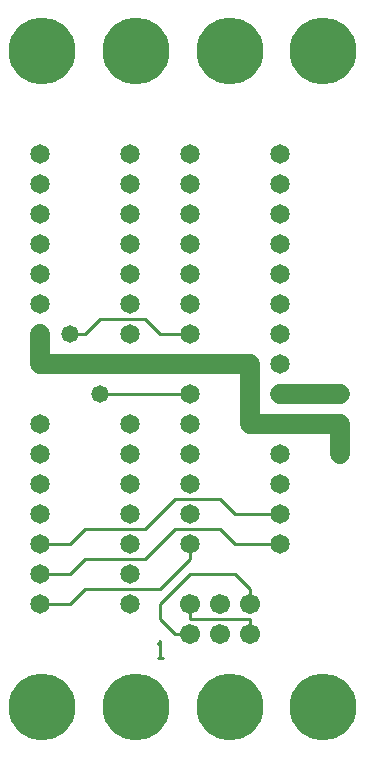
<source format=gtl>
%MOIN*%
%FSLAX25Y25*%
G04 D10 used for Character Trace; *
G04     Circle (OD=.01000) (No hole)*
G04 D11 used for Power Trace; *
G04     Circle (OD=.06700) (No hole)*
G04 D12 used for Signal Trace; *
G04     Circle (OD=.01100) (No hole)*
G04 D13 used for Via; *
G04     Circle (OD=.05800) (Round. Hole ID=.02800)*
G04 D14 used for Component hole; *
G04     Circle (OD=.06500) (Round. Hole ID=.03500)*
G04 D15 used for Component hole; *
G04     Circle (OD=.06700) (Round. Hole ID=.04300)*
G04 D16 used for Component hole; *
G04     Circle (OD=.08100) (Round. Hole ID=.05100)*
G04 D17 used for Component hole; *
G04     Circle (OD=.08900) (Round. Hole ID=.05900)*
G04 D18 used for Component hole; *
G04     Circle (OD=.11300) (Round. Hole ID=.08300)*
G04 D19 used for Component hole; *
G04     Circle (OD=.16000) (Round. Hole ID=.13000)*
G04 D20 used for Component hole; *
G04     Circle (OD=.18300) (Round. Hole ID=.15300)*
G04 D21 used for Component hole; *
G04     Circle (OD=.22291) (Round. Hole ID=.19291)*
%ADD10C,.01000*%
%ADD11C,.06700*%
%ADD12C,.01100*%
%ADD13C,.05800*%
%ADD14C,.06500*%
%ADD15C,.06700*%
%ADD16C,.08100*%
%ADD17C,.08900*%
%ADD18C,.11300*%
%ADD19C,.16000*%
%ADD20C,.18300*%
%ADD21C,.22291*%
%IPPOS*%
%LPD*%
G90*X0Y0D02*D21*X15625Y15625D03*X46875D03*D14*    
X45000Y50000D03*D12*X15000D02*X25000D01*D14*      
X15000D03*D12*Y60000D02*X25000D01*D14*X15000D03*  
D12*X25000Y50000D02*X30000Y55000D01*X55000D01*    
X65000Y65000D01*Y70000D01*D14*D03*D12*            
X50000Y65000D02*X60000Y75000D01*X30000Y65000D02*  
X50000D01*X25000Y60000D02*X30000Y65000D01*D14*    
X15000Y70000D03*D12*X25000D01*X30000Y75000D01*    
X50000D01*X60000Y85000D01*X75000D01*              
X80000Y80000D01*X95000D01*D14*D03*Y90000D03*      
Y70000D03*D12*X80000D01*X75000Y75000D01*X60000D01*
D14*X65000Y80000D03*X45000Y90000D03*Y60000D03*    
X65000Y90000D03*X45000Y80000D03*Y70000D03*D12*    
X55000Y50000D02*X65000Y60000D01*X55000Y45000D02*  
Y50000D01*X60000Y40000D02*X55000Y45000D01*        
X60000Y40000D02*X65000D01*D15*D03*D12*Y45000D02*  
X85000D01*Y40000D01*D15*D03*X75000Y50000D03*      
X85000D03*D12*Y55000D01*X80000Y60000D01*X65000D01*
D15*Y50000D03*D12*Y45000D01*D10*X54163Y36914D02*  
X55000Y37871D01*Y32129D01*X54163D02*X55837D01*D15*
X75000Y40000D03*D21*X78125Y15625D03*X109375D03*   
D14*X15000Y90000D03*Y80000D03*X115000Y100000D03*  
D11*Y110000D01*X95000D01*D14*D03*D11*X85000D01*   
Y130000D01*X65000D01*D14*D03*D11*X45000D01*D14*   
D03*D11*X15000D01*Y140000D01*D14*D03*D13*         
X25000D03*D12*X30000D01*X35000Y145000D01*         
X50000D01*X55000Y140000D01*X65000D01*D14*D03*     
Y150000D03*X45000Y160000D03*Y150000D03*           
X65000Y160000D03*X45000Y140000D03*                
X65000Y120000D03*D12*X35000D01*D13*D03*D14*       
X45000Y110000D03*X15000Y100000D03*Y110000D03*     
X45000Y100000D03*X65000D03*Y110000D03*            
X15000Y150000D03*Y160000D03*X65000Y170000D03*     
X45000D03*X15000D03*X95000Y180000D03*X65000D03*   
X95000Y100000D03*X45000Y180000D03*                
X95000Y120000D03*D11*X115000D01*D14*D03*          
X95000Y140000D03*Y130000D03*Y150000D03*Y160000D03*
Y170000D03*X45000Y190000D03*X95000D03*X65000D03*  
X95000Y200000D03*X65000D03*X45000D03*X15000D03*   
Y190000D03*Y180000D03*D21*X109375Y234375D03*      
X78125D03*X46875D03*X15625D03*M02*                

</source>
